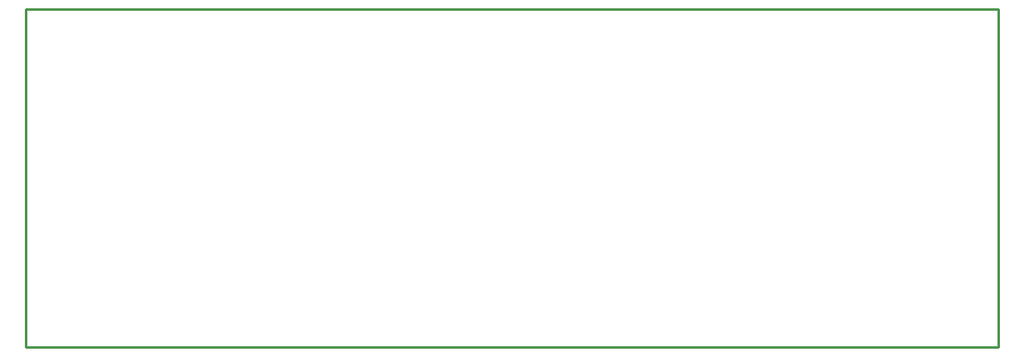
<source format=gko>
G04 Layer: BoardOutline*
G04 EasyEDA v6.2.41, 2019-09-03T13:48:55+02:00*
G04 4dfbed0a4eda46c7a6514823fcc72b66,879760294d1340eaa32df08d3cb52a74,10*
G04 Gerber Generator version 0.2*
G04 Scale: 100 percent, Rotated: No, Reflected: No *
G04 Dimensions in inches *
G04 leading zeros omitted , absolute positions ,2 integer and 4 decimal *
%FSLAX24Y24*%
%MOIN*%
G90*
G70D02*

%ADD10C,0.010000*%
G54D10*
G01X0Y13600D02*
G01X39100Y13600D01*
G01X39100Y0D01*
G01X0Y0D01*
G01X0Y13600D01*

%LPD*%
M00*
M02*

</source>
